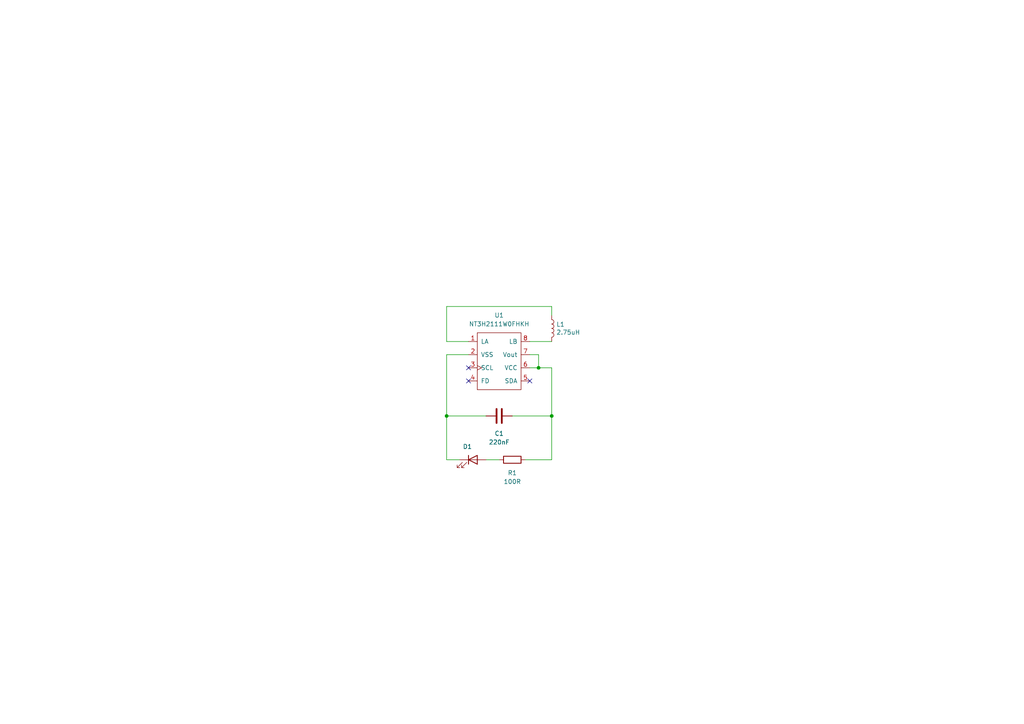
<source format=kicad_sch>
(kicad_sch (version 20231120) (generator "eeschema") (generator_version "8.0")
  (paper "A4")
  (lib_symbols
    (symbol "Device:C" (pin_numbers hide) (pin_names (offset 0.254))
      (property "Reference" "C" (at 0.635 2.54 0))
      (property "Value" "C" (at 0.635 -2.54 0))
      (symbol "C_0_1"
        (polyline (pts (xy -2.032 -0.762) (xy 2.032 -0.762)) (stroke (width 0.508)))
        (polyline (pts (xy -2.032 0.762) (xy 2.032 0.762)) (stroke (width 0.508)))
      )
      (symbol "C_1_1"
        (pin passive line (at 0 3.81 270) (length 2.794) (name "~") (number "1"))
        (pin passive line (at 0 -3.81 90) (length 2.794) (name "~") (number "2"))
      )
    )
    (symbol "Device:L" (pin_numbers hide) (pin_names (offset 1.016) hide)
      (property "Reference" "L" (at -1.27 0 90))
      (property "Value" "L" (at 1.905 0 90))
      (symbol "L_0_1"
        (arc (start 0 -2.54) (mid 0.6323 -1.905) (end 0 -1.27))
        (arc (start 0 -1.27) (mid 0.6323 -0.635) (end 0 0))
        (arc (start 0 0) (mid 0.6323 0.635) (end 0 1.27))
        (arc (start 0 1.27) (mid 0.6323 1.905) (end 0 2.54))
      )
      (symbol "L_1_1"
        (pin passive line (at 0 3.81 270) (length 1.27) (name "1") (number "1"))
        (pin passive line (at 0 -3.81 90) (length 1.27) (name "2") (number "2"))
      )
    )
    (symbol "Device:LED" (pin_numbers hide) (pin_names (offset 1.016) hide)
      (property "Reference" "D" (at 0 2.54 0))
      (property "Value" "LED" (at 0 -2.54 0))
      (symbol "LED_0_1"
        (polyline (pts (xy -1.27 -1.27) (xy -1.27 1.27)) (stroke (width 0.254)))
        (polyline (pts (xy -1.27 0) (xy 1.27 0)))
        (polyline (pts (xy 1.27 -1.27) (xy 1.27 1.27) (xy -1.27 0) (xy 1.27 -1.27)) (stroke (width 0.254)))
        (polyline (pts (xy -3.048 -0.762) (xy -4.572 -2.286) (xy -3.81 -2.286) (xy -4.572 -2.286) (xy -4.572 -1.524)))
        (polyline (pts (xy -1.778 -0.762) (xy -3.302 -2.286) (xy -2.54 -2.286) (xy -3.302 -2.286) (xy -3.302 -1.524)))
      )
      (symbol "LED_1_1"
        (pin passive line (at -3.81 0 0) (length 2.54) (name "K") (number "1"))
        (pin passive line (at 3.81 0 180) (length 2.54) (name "A") (number "2"))
      )
    )
    (symbol "Device:R" (pin_numbers hide) (pin_names (offset 0))
      (property "Reference" "R" (at 2.032 0 90))
      (property "Value" "R" (at 0 0 90))
      (symbol "R_0_1"
        (rectangle (start -1.016 -2.54) (end 1.016 2.54) (stroke (width 0.254)))
      )
      (symbol "R_1_1"
        (pin passive line (at 0 3.81 270) (length 1.27) (name "~") (number "1"))
        (pin passive line (at 0 -3.81 90) (length 1.27) (name "~") (number "2"))
      )
    )
    (symbol "business-card-rescue:NT3H1101_NT3H1201-MCU_NXP_NT3H11" (pin_names (offset 1.016))
      (property "Reference" "U?" (at 0 13.97 0))
      (property "Value" "NT3H1101_NT3H1201-MCU_NXP_NT3H11" (at 0 11.43 0))
      (symbol "NT3H1101_NT3H1201-MCU_NXP_NT3H11_0_1"
        (rectangle (start -6.35 8.89) (end 6.35 -7.62))
      )
      (symbol "NT3H1101_NT3H1201-MCU_NXP_NT3H11_1_1"
        (pin input line (at -8.89 6.35 0) (length 2.54) (name "LA") (number "1"))
        (pin output line (at -8.89 2.54 0) (length 2.54) (name "VSS") (number "2"))
        (pin passive clock (at -8.89 -1.27 0) (length 2.54) (name "SCL") (number "3"))
        (pin passive line (at -8.89 -5.08 0) (length 2.54) (name "FD") (number "4"))
        (pin passive line (at 8.89 -5.08 180) (length 2.54) (name "SDA") (number "5"))
        (pin input line (at 8.89 -1.27 180) (length 2.54) (name "VCC") (number "6"))
        (pin power_out line (at 8.89 2.54 180) (length 2.54) (name "Vout") (number "7"))
        (pin input line (at 8.89 6.35 180) (length 2.54) (name "LB") (number "8"))
      )
    )
  )
  (junction (at 129.54 120.65))
  (junction (at 160.02 120.65))
  (junction (at 156.21 106.68))
  (no_connect (at 135.89 110.49))
  (no_connect (at 153.67 110.49))
  (no_connect (at 135.89 106.68))
  (wire (pts (xy 148.59 120.65) (xy 160.02 120.65)))
  (wire (pts (xy 153.67 106.68) (xy 156.21 106.68)))
  (wire (pts (xy 129.54 88.9) (xy 160.02 88.9)))
  (wire (pts (xy 129.54 99.06) (xy 129.54 88.9)))
  (wire (pts (xy 129.54 102.87) (xy 129.54 120.65)))
  (wire (pts (xy 129.54 133.35) (xy 129.54 120.65)))
  (wire (pts (xy 160.02 106.68) (xy 156.21 106.68)))
  (wire (pts (xy 160.02 88.9) (xy 160.02 91.44)))
  (wire (pts (xy 160.02 99.06) (xy 153.67 99.06)))
  (wire (pts (xy 152.4 133.35) (xy 160.02 133.35)))
  (wire (pts (xy 144.78 133.35) (xy 140.97 133.35)))
  (wire (pts (xy 160.02 133.35) (xy 160.02 120.65)))
  (wire (pts (xy 133.35 133.35) (xy 129.54 133.35)))
  (wire (pts (xy 156.21 102.87) (xy 153.67 102.87)))
  (wire (pts (xy 135.89 102.87) (xy 129.54 102.87)))
  (wire (pts (xy 160.02 120.65) (xy 160.02 106.68)))
  (wire (pts (xy 129.54 120.65) (xy 140.97 120.65)))
  (wire (pts (xy 135.89 99.06) (xy 129.54 99.06)))
  (wire (pts (xy 156.21 106.68) (xy 156.21 102.87)))
  (symbol (lib_id "Device:C") (at 144.78 120.65 270) (unit 1)
    (property "Reference" "C1" (at 144.78 125.73 90))
    (property "Value" "220nF" (at 144.78 128.27 90))
    (property "Footprint" "Capacitor_SMD:C_0402_1005Metric" (effects (hide yes)))
    (property "Description" "Unpolarized capacitor" (effects (hide yes)))
    (property "Part" "CL05B224KO5NNNC" (effects (hide yes)))
    (property "LCSC" "C16772" (effects (hide yes)))
  )
  (symbol (lib_id "Device:R") (at 148.59 133.35 270) (unit 1)
    (property "Reference" "R1" (at 148.59 137.16 90))
    (property "Value" "100R" (at 148.59 139.7 90))
    (property "Footprint" "Resistor_SMD:R_0402_1005Metric" (effects (hide yes)))
    (property "Part" "0402WGF1000TCE" (effects (hide yes)))
    (property "LCSC" "C25076" (effects (hide yes)))
  )
  (symbol (lib_id "Device:LED") (at 137.16 133.35 0) (unit 1)
    (property "Reference" "D1" (at 135.5725 129.54 0))
    (property "Value" "White 2.7V @ 2mA" (effects (hide yes)))
    (property "Footprint" "LED_SMD:LED_0603_1608Metric" (effects (hide yes)))
    (property "LCSC" "C2290" (effects (hide yes)))
    (property "Part" "KT-0603W" (effects (hide yes)))
  )
  (symbol (lib_id "business-card-rescue:NT3H1101_NT3H1201-MCU_NXP_NT3H11") (at 144.78 105.41 0) (unit 1)
    (property "Reference" "U1" (at 144.78 91.44 0))
    (property "Value" "NT3H2111W0FHKH" (at 144.78 93.98 0))
    (property "Footprint" "misc:SOT902-2_XQFN8" (effects (hide yes)))
    (property "Datasheet" "https://www.mouser.co.uk/datasheet/2/302/NT3H2111_2211-2303598.pdf" (effects (hide yes)))
    (property "LCSC" "C710403" (effects (hide yes)))
    (property "Part" "NT3H2111W0FHKH" (effects (hide yes)))
  )
  (symbol (lib_id "Device:L") (at 160.02 95.25 0) (unit 1)
    (property "Reference" "L1" (at 161.3408 94.0816 0) (effects (justify left)))
    (property "Value" "2.75uH" (at 161.3408 96.393 0) (effects (justify left)))
  )
)
</source>
